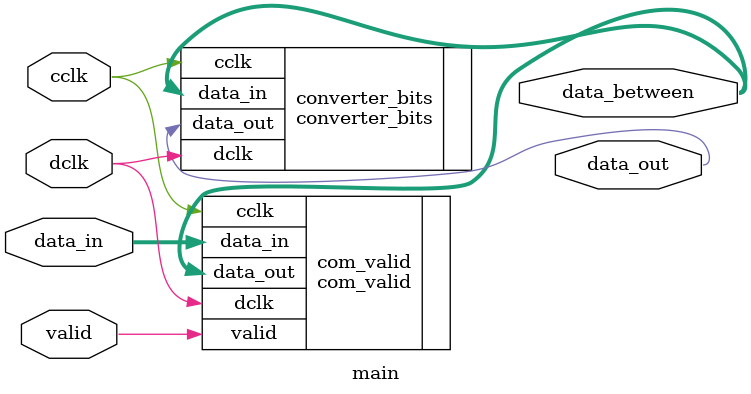
<source format=v>
`include "8_to_1_bits.v"
`include "com.v"

module main(
	input					cclk,
	input					dclk,
	input					valid,
	input [7:0] 		data_in,
	output [7:0]		data_between,
	output				data_out
	);


	com_valid com_valid (
				.cclk (cclk),
				.dclk	(dclk),
				.valid (valid),
				.data_in (data_in),
				.data_out (data_between)
	);

   converter_bits converter_bits (
		    .cclk (cclk),
		    .dclk (dclk),
		    .data_in (data_between),
		    .data_out (data_out)
	);



   
endmodule // BancoPruebas

</source>
